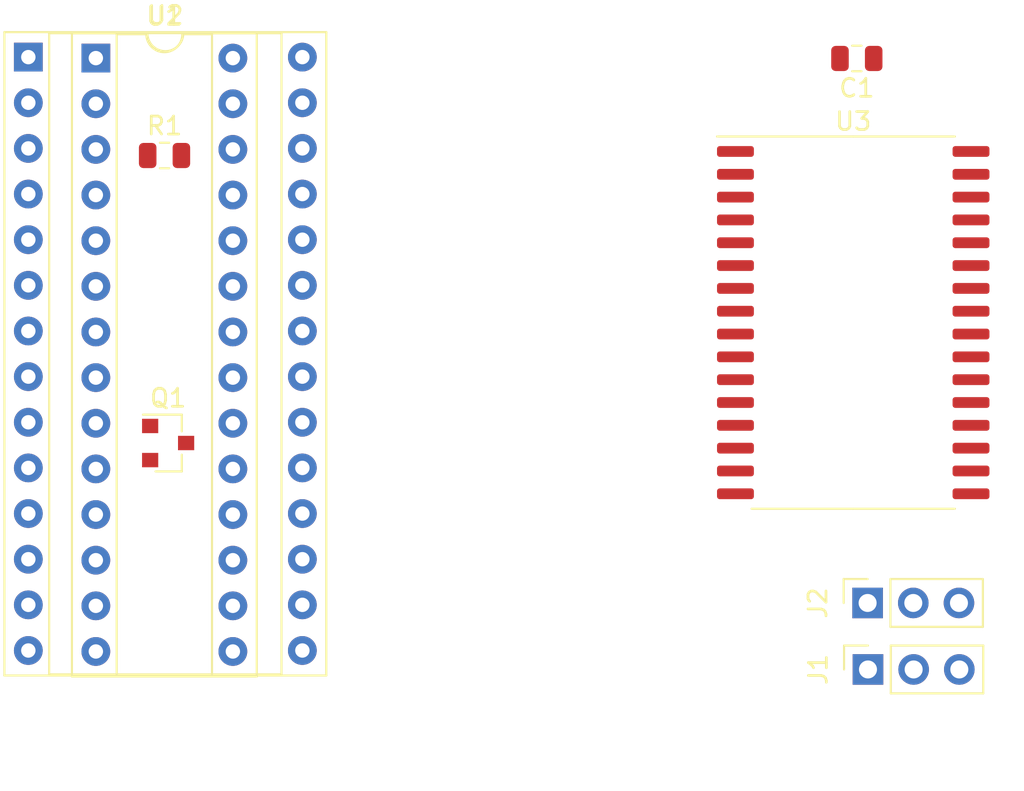
<source format=kicad_pcb>
(kicad_pcb (version 20171130) (host pcbnew "(5.0.0)")

  (general
    (thickness 1.6)
    (drawings 0)
    (tracks 0)
    (zones 0)
    (modules 8)
    (nets 32)
  )

  (page A4)
  (layers
    (0 F.Cu signal)
    (31 B.Cu signal)
    (32 B.Adhes user)
    (33 F.Adhes user)
    (34 B.Paste user)
    (35 F.Paste user)
    (36 B.SilkS user)
    (37 F.SilkS user)
    (38 B.Mask user)
    (39 F.Mask user)
    (40 Dwgs.User user)
    (41 Cmts.User user)
    (42 Eco1.User user)
    (43 Eco2.User user)
    (44 Edge.Cuts user)
    (45 Margin user)
    (46 B.CrtYd user)
    (47 F.CrtYd user)
    (48 B.Fab user)
    (49 F.Fab user)
  )

  (setup
    (last_trace_width 0.25)
    (trace_clearance 0.2)
    (zone_clearance 0.508)
    (zone_45_only no)
    (trace_min 0.2)
    (segment_width 0.2)
    (edge_width 0.15)
    (via_size 0.8)
    (via_drill 0.4)
    (via_min_size 0.4)
    (via_min_drill 0.3)
    (uvia_size 0.3)
    (uvia_drill 0.1)
    (uvias_allowed no)
    (uvia_min_size 0.2)
    (uvia_min_drill 0.1)
    (pcb_text_width 0.3)
    (pcb_text_size 1.5 1.5)
    (mod_edge_width 0.15)
    (mod_text_size 1 1)
    (mod_text_width 0.15)
    (pad_size 1.524 1.524)
    (pad_drill 0.762)
    (pad_to_mask_clearance 0.2)
    (aux_axis_origin 0 0)
    (visible_elements FFFFFF7F)
    (pcbplotparams
      (layerselection 0x010fc_ffffffff)
      (usegerberextensions false)
      (usegerberattributes false)
      (usegerberadvancedattributes false)
      (creategerberjobfile false)
      (excludeedgelayer true)
      (linewidth 0.100000)
      (plotframeref false)
      (viasonmask false)
      (mode 1)
      (useauxorigin false)
      (hpglpennumber 1)
      (hpglpenspeed 20)
      (hpglpendiameter 15.000000)
      (psnegative false)
      (psa4output false)
      (plotreference true)
      (plotvalue true)
      (plotinvisibletext false)
      (padsonsilk false)
      (subtractmaskfromsilk false)
      (outputformat 1)
      (mirror false)
      (drillshape 1)
      (scaleselection 1)
      (outputdirectory ""))
  )

  (net 0 "")
  (net 1 +5V)
  (net 2 /CS)
  (net 3 /_CS)
  (net 4 GND)
  (net 5 /A16)
  (net 6 /A14)
  (net 7 /A12)
  (net 8 /A7)
  (net 9 /A6)
  (net 10 /A5)
  (net 11 /A4)
  (net 12 /A3)
  (net 13 /A2)
  (net 14 /A1)
  (net 15 /A0)
  (net 16 /DO)
  (net 17 /D1)
  (net 18 /D2)
  (net 19 /D3)
  (net 20 /D4)
  (net 21 /D5)
  (net 22 /D6)
  (net 23 /D7)
  (net 24 /A10)
  (net 25 /_OE)
  (net 26 /A11)
  (net 27 /A9)
  (net 28 /A8)
  (net 29 /A13)
  (net 30 /_WE)
  (net 31 /A15)

  (net_class Default "This is the default net class."
    (clearance 0.2)
    (trace_width 0.25)
    (via_dia 0.8)
    (via_drill 0.4)
    (uvia_dia 0.3)
    (uvia_drill 0.1)
    (add_net +5V)
    (add_net /A0)
    (add_net /A1)
    (add_net /A10)
    (add_net /A11)
    (add_net /A12)
    (add_net /A13)
    (add_net /A14)
    (add_net /A15)
    (add_net /A16)
    (add_net /A2)
    (add_net /A3)
    (add_net /A4)
    (add_net /A5)
    (add_net /A6)
    (add_net /A7)
    (add_net /A8)
    (add_net /A9)
    (add_net /CS)
    (add_net /D1)
    (add_net /D2)
    (add_net /D3)
    (add_net /D4)
    (add_net /D5)
    (add_net /D6)
    (add_net /D7)
    (add_net /DO)
    (add_net /_CS)
    (add_net /_OE)
    (add_net /_WE)
    (add_net GND)
  )

  (module Capacitor_SMD:C_0805_2012Metric (layer F.Cu) (tedit 5B36C52B) (tstamp 5F0FD777)
    (at 168.6 59.2 180)
    (descr "Capacitor SMD 0805 (2012 Metric), square (rectangular) end terminal, IPC_7351 nominal, (Body size source: https://docs.google.com/spreadsheets/d/1BsfQQcO9C6DZCsRaXUlFlo91Tg2WpOkGARC1WS5S8t0/edit?usp=sharing), generated with kicad-footprint-generator")
    (tags capacitor)
    (path /5EA8715E)
    (attr smd)
    (fp_text reference C1 (at 0 -1.65 180) (layer F.SilkS)
      (effects (font (size 1 1) (thickness 0.15)))
    )
    (fp_text value C_Small (at 0 1.65 180) (layer F.Fab)
      (effects (font (size 1 1) (thickness 0.15)))
    )
    (fp_line (start -1 0.6) (end -1 -0.6) (layer F.Fab) (width 0.1))
    (fp_line (start -1 -0.6) (end 1 -0.6) (layer F.Fab) (width 0.1))
    (fp_line (start 1 -0.6) (end 1 0.6) (layer F.Fab) (width 0.1))
    (fp_line (start 1 0.6) (end -1 0.6) (layer F.Fab) (width 0.1))
    (fp_line (start -0.258578 -0.71) (end 0.258578 -0.71) (layer F.SilkS) (width 0.12))
    (fp_line (start -0.258578 0.71) (end 0.258578 0.71) (layer F.SilkS) (width 0.12))
    (fp_line (start -1.68 0.95) (end -1.68 -0.95) (layer F.CrtYd) (width 0.05))
    (fp_line (start -1.68 -0.95) (end 1.68 -0.95) (layer F.CrtYd) (width 0.05))
    (fp_line (start 1.68 -0.95) (end 1.68 0.95) (layer F.CrtYd) (width 0.05))
    (fp_line (start 1.68 0.95) (end -1.68 0.95) (layer F.CrtYd) (width 0.05))
    (fp_text user %R (at 1.084999 -1.875001 180) (layer F.Fab)
      (effects (font (size 0.5 0.5) (thickness 0.08)))
    )
    (pad 1 smd roundrect (at -0.9375 0 180) (size 0.975 1.4) (layers F.Cu F.Paste F.Mask) (roundrect_rratio 0.25)
      (net 1 +5V))
    (pad 2 smd roundrect (at 0.9375 0 180) (size 0.975 1.4) (layers F.Cu F.Paste F.Mask) (roundrect_rratio 0.25)
      (net 4 GND))
    (model ${KISYS3DMOD}/Capacitor_SMD.3dshapes/C_0805_2012Metric.wrl
      (at (xyz 0 0 0))
      (scale (xyz 1 1 1))
      (rotate (xyz 0 0 0))
    )
  )

  (module Connector_PinSocket_2.54mm:PinSocket_1x03_P2.54mm_Vertical (layer F.Cu) (tedit 5A19A429) (tstamp 5F0FD766)
    (at 169.2 89.5 90)
    (descr "Through hole straight socket strip, 1x03, 2.54mm pitch, single row (from Kicad 4.0.7), script generated")
    (tags "Through hole socket strip THT 1x03 2.54mm single row")
    (path /5EA612C7)
    (fp_text reference J2 (at 0 -2.77 90) (layer F.SilkS)
      (effects (font (size 1 1) (thickness 0.15)))
    )
    (fp_text value Conn_01x03_Male (at 0 7.85 90) (layer F.Fab)
      (effects (font (size 1 1) (thickness 0.15)))
    )
    (fp_text user %R (at 0 2.54 180) (layer F.Fab)
      (effects (font (size 1 1) (thickness 0.15)))
    )
    (fp_line (start -1.8 6.85) (end -1.8 -1.8) (layer F.CrtYd) (width 0.05))
    (fp_line (start 1.75 6.85) (end -1.8 6.85) (layer F.CrtYd) (width 0.05))
    (fp_line (start 1.75 -1.8) (end 1.75 6.85) (layer F.CrtYd) (width 0.05))
    (fp_line (start -1.8 -1.8) (end 1.75 -1.8) (layer F.CrtYd) (width 0.05))
    (fp_line (start 0 -1.33) (end 1.33 -1.33) (layer F.SilkS) (width 0.12))
    (fp_line (start 1.33 -1.33) (end 1.33 0) (layer F.SilkS) (width 0.12))
    (fp_line (start 1.33 1.27) (end 1.33 6.41) (layer F.SilkS) (width 0.12))
    (fp_line (start -1.33 6.41) (end 1.33 6.41) (layer F.SilkS) (width 0.12))
    (fp_line (start -1.33 1.27) (end -1.33 6.41) (layer F.SilkS) (width 0.12))
    (fp_line (start -1.33 1.27) (end 1.33 1.27) (layer F.SilkS) (width 0.12))
    (fp_line (start -1.27 6.35) (end -1.27 -1.27) (layer F.Fab) (width 0.1))
    (fp_line (start 1.27 6.35) (end -1.27 6.35) (layer F.Fab) (width 0.1))
    (fp_line (start 1.27 -0.635) (end 1.27 6.35) (layer F.Fab) (width 0.1))
    (fp_line (start 0.635 -1.27) (end 1.27 -0.635) (layer F.Fab) (width 0.1))
    (fp_line (start -1.27 -1.27) (end 0.635 -1.27) (layer F.Fab) (width 0.1))
    (pad 3 thru_hole oval (at 0 5.08 90) (size 1.7 1.7) (drill 1) (layers *.Cu *.Mask)
      (net 4 GND))
    (pad 2 thru_hole oval (at 0 2.54 90) (size 1.7 1.7) (drill 1) (layers *.Cu *.Mask)
      (net 5 /A16))
    (pad 1 thru_hole rect (at 0 0 90) (size 1.7 1.7) (drill 1) (layers *.Cu *.Mask)
      (net 1 +5V))
    (model ${KISYS3DMOD}/Connector_PinSocket_2.54mm.3dshapes/PinSocket_1x03_P2.54mm_Vertical.wrl
      (at (xyz 0 0 0))
      (scale (xyz 1 1 1))
      (rotate (xyz 0 0 0))
    )
  )

  (module Connector_PinSocket_2.54mm:PinSocket_1x03_P2.54mm_Vertical (layer F.Cu) (tedit 5A19A429) (tstamp 5F0FD74F)
    (at 169.22 93.2 90)
    (descr "Through hole straight socket strip, 1x03, 2.54mm pitch, single row (from Kicad 4.0.7), script generated")
    (tags "Through hole socket strip THT 1x03 2.54mm single row")
    (path /5EA61260)
    (fp_text reference J1 (at 0 -2.77 90) (layer F.SilkS)
      (effects (font (size 1 1) (thickness 0.15)))
    )
    (fp_text value Conn_01x03_Male (at 0 7.85 90) (layer F.Fab)
      (effects (font (size 1 1) (thickness 0.15)))
    )
    (fp_line (start -1.27 -1.27) (end 0.635 -1.27) (layer F.Fab) (width 0.1))
    (fp_line (start 0.635 -1.27) (end 1.27 -0.635) (layer F.Fab) (width 0.1))
    (fp_line (start 1.27 -0.635) (end 1.27 6.35) (layer F.Fab) (width 0.1))
    (fp_line (start 1.27 6.35) (end -1.27 6.35) (layer F.Fab) (width 0.1))
    (fp_line (start -1.27 6.35) (end -1.27 -1.27) (layer F.Fab) (width 0.1))
    (fp_line (start -1.33 1.27) (end 1.33 1.27) (layer F.SilkS) (width 0.12))
    (fp_line (start -1.33 1.27) (end -1.33 6.41) (layer F.SilkS) (width 0.12))
    (fp_line (start -1.33 6.41) (end 1.33 6.41) (layer F.SilkS) (width 0.12))
    (fp_line (start 1.33 1.27) (end 1.33 6.41) (layer F.SilkS) (width 0.12))
    (fp_line (start 1.33 -1.33) (end 1.33 0) (layer F.SilkS) (width 0.12))
    (fp_line (start 0 -1.33) (end 1.33 -1.33) (layer F.SilkS) (width 0.12))
    (fp_line (start -1.8 -1.8) (end 1.75 -1.8) (layer F.CrtYd) (width 0.05))
    (fp_line (start 1.75 -1.8) (end 1.75 6.85) (layer F.CrtYd) (width 0.05))
    (fp_line (start 1.75 6.85) (end -1.8 6.85) (layer F.CrtYd) (width 0.05))
    (fp_line (start -1.8 6.85) (end -1.8 -1.8) (layer F.CrtYd) (width 0.05))
    (fp_text user %R (at 0 2.54 180) (layer F.Fab)
      (effects (font (size 1 1) (thickness 0.15)))
    )
    (pad 1 thru_hole rect (at 0 0 90) (size 1.7 1.7) (drill 1) (layers *.Cu *.Mask)
      (net 1 +5V))
    (pad 2 thru_hole oval (at 0 2.54 90) (size 1.7 1.7) (drill 1) (layers *.Cu *.Mask)
      (net 31 /A15))
    (pad 3 thru_hole oval (at 0 5.08 90) (size 1.7 1.7) (drill 1) (layers *.Cu *.Mask)
      (net 4 GND))
    (model ${KISYS3DMOD}/Connector_PinSocket_2.54mm.3dshapes/PinSocket_1x03_P2.54mm_Vertical.wrl
      (at (xyz 0 0 0))
      (scale (xyz 1 1 1))
      (rotate (xyz 0 0 0))
    )
  )

  (module Housings_DIP:DIP-28_W15.24mm_Socket (layer F.Cu) (tedit 59C78D6C) (tstamp 5F0FD738)
    (at 122.525001 59.125001)
    (descr "28-lead though-hole mounted DIP package, row spacing 15.24 mm (600 mils), Socket")
    (tags "THT DIP DIL PDIP 2.54mm 15.24mm 600mil Socket")
    (path /5EA61094)
    (fp_text reference U2 (at 7.62 -2.33) (layer F.SilkS)
      (effects (font (size 1 1) (thickness 0.15)))
    )
    (fp_text value 6C62256 (at 7.62 35.35) (layer F.Fab)
      (effects (font (size 1 1) (thickness 0.15)))
    )
    (fp_text user %R (at 7.62 16.51) (layer F.Fab)
      (effects (font (size 1 1) (thickness 0.15)))
    )
    (fp_line (start 16.8 -1.6) (end -1.55 -1.6) (layer F.CrtYd) (width 0.05))
    (fp_line (start 16.8 34.65) (end 16.8 -1.6) (layer F.CrtYd) (width 0.05))
    (fp_line (start -1.55 34.65) (end 16.8 34.65) (layer F.CrtYd) (width 0.05))
    (fp_line (start -1.55 -1.6) (end -1.55 34.65) (layer F.CrtYd) (width 0.05))
    (fp_line (start 16.57 -1.39) (end -1.33 -1.39) (layer F.SilkS) (width 0.12))
    (fp_line (start 16.57 34.41) (end 16.57 -1.39) (layer F.SilkS) (width 0.12))
    (fp_line (start -1.33 34.41) (end 16.57 34.41) (layer F.SilkS) (width 0.12))
    (fp_line (start -1.33 -1.39) (end -1.33 34.41) (layer F.SilkS) (width 0.12))
    (fp_line (start 14.08 -1.33) (end 8.62 -1.33) (layer F.SilkS) (width 0.12))
    (fp_line (start 14.08 34.35) (end 14.08 -1.33) (layer F.SilkS) (width 0.12))
    (fp_line (start 1.16 34.35) (end 14.08 34.35) (layer F.SilkS) (width 0.12))
    (fp_line (start 1.16 -1.33) (end 1.16 34.35) (layer F.SilkS) (width 0.12))
    (fp_line (start 6.62 -1.33) (end 1.16 -1.33) (layer F.SilkS) (width 0.12))
    (fp_line (start 16.51 -1.33) (end -1.27 -1.33) (layer F.Fab) (width 0.1))
    (fp_line (start 16.51 34.35) (end 16.51 -1.33) (layer F.Fab) (width 0.1))
    (fp_line (start -1.27 34.35) (end 16.51 34.35) (layer F.Fab) (width 0.1))
    (fp_line (start -1.27 -1.33) (end -1.27 34.35) (layer F.Fab) (width 0.1))
    (fp_line (start 0.255 -0.27) (end 1.255 -1.27) (layer F.Fab) (width 0.1))
    (fp_line (start 0.255 34.29) (end 0.255 -0.27) (layer F.Fab) (width 0.1))
    (fp_line (start 14.985 34.29) (end 0.255 34.29) (layer F.Fab) (width 0.1))
    (fp_line (start 14.985 -1.27) (end 14.985 34.29) (layer F.Fab) (width 0.1))
    (fp_line (start 1.255 -1.27) (end 14.985 -1.27) (layer F.Fab) (width 0.1))
    (fp_arc (start 7.62 -1.33) (end 6.62 -1.33) (angle -180) (layer F.SilkS) (width 0.12))
    (pad 28 thru_hole oval (at 15.24 0) (size 1.6 1.6) (drill 0.8) (layers *.Cu *.Mask)
      (net 1 +5V))
    (pad 14 thru_hole oval (at 0 33.02) (size 1.6 1.6) (drill 0.8) (layers *.Cu *.Mask)
      (net 4 GND))
    (pad 27 thru_hole oval (at 15.24 2.54) (size 1.6 1.6) (drill 0.8) (layers *.Cu *.Mask)
      (net 30 /_WE))
    (pad 13 thru_hole oval (at 0 30.48) (size 1.6 1.6) (drill 0.8) (layers *.Cu *.Mask)
      (net 18 /D2))
    (pad 26 thru_hole oval (at 15.24 5.08) (size 1.6 1.6) (drill 0.8) (layers *.Cu *.Mask)
      (net 29 /A13))
    (pad 12 thru_hole oval (at 0 27.94) (size 1.6 1.6) (drill 0.8) (layers *.Cu *.Mask)
      (net 17 /D1))
    (pad 25 thru_hole oval (at 15.24 7.62) (size 1.6 1.6) (drill 0.8) (layers *.Cu *.Mask)
      (net 28 /A8))
    (pad 11 thru_hole oval (at 0 25.4) (size 1.6 1.6) (drill 0.8) (layers *.Cu *.Mask)
      (net 16 /DO))
    (pad 24 thru_hole oval (at 15.24 10.16) (size 1.6 1.6) (drill 0.8) (layers *.Cu *.Mask)
      (net 27 /A9))
    (pad 10 thru_hole oval (at 0 22.86) (size 1.6 1.6) (drill 0.8) (layers *.Cu *.Mask)
      (net 15 /A0))
    (pad 23 thru_hole oval (at 15.24 12.7) (size 1.6 1.6) (drill 0.8) (layers *.Cu *.Mask)
      (net 26 /A11))
    (pad 9 thru_hole oval (at 0 20.32) (size 1.6 1.6) (drill 0.8) (layers *.Cu *.Mask)
      (net 14 /A1))
    (pad 22 thru_hole oval (at 15.24 15.24) (size 1.6 1.6) (drill 0.8) (layers *.Cu *.Mask)
      (net 25 /_OE))
    (pad 8 thru_hole oval (at 0 17.78) (size 1.6 1.6) (drill 0.8) (layers *.Cu *.Mask)
      (net 13 /A2))
    (pad 21 thru_hole oval (at 15.24 17.78) (size 1.6 1.6) (drill 0.8) (layers *.Cu *.Mask)
      (net 24 /A10))
    (pad 7 thru_hole oval (at 0 15.24) (size 1.6 1.6) (drill 0.8) (layers *.Cu *.Mask)
      (net 12 /A3))
    (pad 20 thru_hole oval (at 15.24 20.32) (size 1.6 1.6) (drill 0.8) (layers *.Cu *.Mask)
      (net 3 /_CS))
    (pad 6 thru_hole oval (at 0 12.7) (size 1.6 1.6) (drill 0.8) (layers *.Cu *.Mask)
      (net 11 /A4))
    (pad 19 thru_hole oval (at 15.24 22.86) (size 1.6 1.6) (drill 0.8) (layers *.Cu *.Mask)
      (net 23 /D7))
    (pad 5 thru_hole oval (at 0 10.16) (size 1.6 1.6) (drill 0.8) (layers *.Cu *.Mask)
      (net 10 /A5))
    (pad 18 thru_hole oval (at 15.24 25.4) (size 1.6 1.6) (drill 0.8) (layers *.Cu *.Mask)
      (net 22 /D6))
    (pad 4 thru_hole oval (at 0 7.62) (size 1.6 1.6) (drill 0.8) (layers *.Cu *.Mask)
      (net 9 /A6))
    (pad 17 thru_hole oval (at 15.24 27.94) (size 1.6 1.6) (drill 0.8) (layers *.Cu *.Mask)
      (net 21 /D5))
    (pad 3 thru_hole oval (at 0 5.08) (size 1.6 1.6) (drill 0.8) (layers *.Cu *.Mask)
      (net 8 /A7))
    (pad 16 thru_hole oval (at 15.24 30.48) (size 1.6 1.6) (drill 0.8) (layers *.Cu *.Mask)
      (net 20 /D4))
    (pad 2 thru_hole oval (at 0 2.54) (size 1.6 1.6) (drill 0.8) (layers *.Cu *.Mask)
      (net 7 /A12))
    (pad 15 thru_hole oval (at 15.24 33.02) (size 1.6 1.6) (drill 0.8) (layers *.Cu *.Mask)
      (net 19 /D3))
    (pad 1 thru_hole rect (at 0 0) (size 1.6 1.6) (drill 0.8) (layers *.Cu *.Mask)
      (net 6 /A14))
    (model ${KISYS3DMOD}/Housings_DIP.3dshapes/DIP-28_W15.24mm_Socket.wrl
      (at (xyz 0 0 0))
      (scale (xyz 1 1 1))
      (rotate (xyz 0 0 0))
    )
  )

  (module Housings_DIP:DIP-28_W7.62mm_Socket (layer F.Cu) (tedit 59C78D6B) (tstamp 5F0FD700)
    (at 126.28 59.18)
    (descr "28-lead though-hole mounted DIP package, row spacing 7.62 mm (300 mils), Socket")
    (tags "THT DIP DIL PDIP 2.54mm 7.62mm 300mil Socket")
    (path /5EA60F65)
    (fp_text reference U1 (at 3.81 -2.33) (layer F.SilkS)
      (effects (font (size 1 1) (thickness 0.15)))
    )
    (fp_text value IS61C256AL (at 3.81 35.35) (layer F.Fab)
      (effects (font (size 1 1) (thickness 0.15)))
    )
    (fp_text user %R (at 3.81 16.51) (layer F.Fab)
      (effects (font (size 1 1) (thickness 0.15)))
    )
    (fp_line (start 9.15 -1.6) (end -1.55 -1.6) (layer F.CrtYd) (width 0.05))
    (fp_line (start 9.15 34.65) (end 9.15 -1.6) (layer F.CrtYd) (width 0.05))
    (fp_line (start -1.55 34.65) (end 9.15 34.65) (layer F.CrtYd) (width 0.05))
    (fp_line (start -1.55 -1.6) (end -1.55 34.65) (layer F.CrtYd) (width 0.05))
    (fp_line (start 8.95 -1.39) (end -1.33 -1.39) (layer F.SilkS) (width 0.12))
    (fp_line (start 8.95 34.41) (end 8.95 -1.39) (layer F.SilkS) (width 0.12))
    (fp_line (start -1.33 34.41) (end 8.95 34.41) (layer F.SilkS) (width 0.12))
    (fp_line (start -1.33 -1.39) (end -1.33 34.41) (layer F.SilkS) (width 0.12))
    (fp_line (start 6.46 -1.33) (end 4.81 -1.33) (layer F.SilkS) (width 0.12))
    (fp_line (start 6.46 34.35) (end 6.46 -1.33) (layer F.SilkS) (width 0.12))
    (fp_line (start 1.16 34.35) (end 6.46 34.35) (layer F.SilkS) (width 0.12))
    (fp_line (start 1.16 -1.33) (end 1.16 34.35) (layer F.SilkS) (width 0.12))
    (fp_line (start 2.81 -1.33) (end 1.16 -1.33) (layer F.SilkS) (width 0.12))
    (fp_line (start 8.89 -1.33) (end -1.27 -1.33) (layer F.Fab) (width 0.1))
    (fp_line (start 8.89 34.35) (end 8.89 -1.33) (layer F.Fab) (width 0.1))
    (fp_line (start -1.27 34.35) (end 8.89 34.35) (layer F.Fab) (width 0.1))
    (fp_line (start -1.27 -1.33) (end -1.27 34.35) (layer F.Fab) (width 0.1))
    (fp_line (start 0.635 -0.27) (end 1.635 -1.27) (layer F.Fab) (width 0.1))
    (fp_line (start 0.635 34.29) (end 0.635 -0.27) (layer F.Fab) (width 0.1))
    (fp_line (start 6.985 34.29) (end 0.635 34.29) (layer F.Fab) (width 0.1))
    (fp_line (start 6.985 -1.27) (end 6.985 34.29) (layer F.Fab) (width 0.1))
    (fp_line (start 1.635 -1.27) (end 6.985 -1.27) (layer F.Fab) (width 0.1))
    (fp_arc (start 3.81 -1.33) (end 2.81 -1.33) (angle -180) (layer F.SilkS) (width 0.12))
    (pad 28 thru_hole oval (at 7.62 0) (size 1.6 1.6) (drill 0.8) (layers *.Cu *.Mask)
      (net 1 +5V))
    (pad 14 thru_hole oval (at 0 33.02) (size 1.6 1.6) (drill 0.8) (layers *.Cu *.Mask)
      (net 4 GND))
    (pad 27 thru_hole oval (at 7.62 2.54) (size 1.6 1.6) (drill 0.8) (layers *.Cu *.Mask)
      (net 30 /_WE))
    (pad 13 thru_hole oval (at 0 30.48) (size 1.6 1.6) (drill 0.8) (layers *.Cu *.Mask)
      (net 18 /D2))
    (pad 26 thru_hole oval (at 7.62 5.08) (size 1.6 1.6) (drill 0.8) (layers *.Cu *.Mask)
      (net 29 /A13))
    (pad 12 thru_hole oval (at 0 27.94) (size 1.6 1.6) (drill 0.8) (layers *.Cu *.Mask)
      (net 17 /D1))
    (pad 25 thru_hole oval (at 7.62 7.62) (size 1.6 1.6) (drill 0.8) (layers *.Cu *.Mask)
      (net 28 /A8))
    (pad 11 thru_hole oval (at 0 25.4) (size 1.6 1.6) (drill 0.8) (layers *.Cu *.Mask)
      (net 16 /DO))
    (pad 24 thru_hole oval (at 7.62 10.16) (size 1.6 1.6) (drill 0.8) (layers *.Cu *.Mask)
      (net 27 /A9))
    (pad 10 thru_hole oval (at 0 22.86) (size 1.6 1.6) (drill 0.8) (layers *.Cu *.Mask)
      (net 15 /A0))
    (pad 23 thru_hole oval (at 7.62 12.7) (size 1.6 1.6) (drill 0.8) (layers *.Cu *.Mask)
      (net 26 /A11))
    (pad 9 thru_hole oval (at 0 20.32) (size 1.6 1.6) (drill 0.8) (layers *.Cu *.Mask)
      (net 14 /A1))
    (pad 22 thru_hole oval (at 7.62 15.24) (size 1.6 1.6) (drill 0.8) (layers *.Cu *.Mask)
      (net 25 /_OE))
    (pad 8 thru_hole oval (at 0 17.78) (size 1.6 1.6) (drill 0.8) (layers *.Cu *.Mask)
      (net 13 /A2))
    (pad 21 thru_hole oval (at 7.62 17.78) (size 1.6 1.6) (drill 0.8) (layers *.Cu *.Mask)
      (net 24 /A10))
    (pad 7 thru_hole oval (at 0 15.24) (size 1.6 1.6) (drill 0.8) (layers *.Cu *.Mask)
      (net 12 /A3))
    (pad 20 thru_hole oval (at 7.62 20.32) (size 1.6 1.6) (drill 0.8) (layers *.Cu *.Mask)
      (net 3 /_CS))
    (pad 6 thru_hole oval (at 0 12.7) (size 1.6 1.6) (drill 0.8) (layers *.Cu *.Mask)
      (net 11 /A4))
    (pad 19 thru_hole oval (at 7.62 22.86) (size 1.6 1.6) (drill 0.8) (layers *.Cu *.Mask)
      (net 23 /D7))
    (pad 5 thru_hole oval (at 0 10.16) (size 1.6 1.6) (drill 0.8) (layers *.Cu *.Mask)
      (net 10 /A5))
    (pad 18 thru_hole oval (at 7.62 25.4) (size 1.6 1.6) (drill 0.8) (layers *.Cu *.Mask)
      (net 22 /D6))
    (pad 4 thru_hole oval (at 0 7.62) (size 1.6 1.6) (drill 0.8) (layers *.Cu *.Mask)
      (net 9 /A6))
    (pad 17 thru_hole oval (at 7.62 27.94) (size 1.6 1.6) (drill 0.8) (layers *.Cu *.Mask)
      (net 21 /D5))
    (pad 3 thru_hole oval (at 0 5.08) (size 1.6 1.6) (drill 0.8) (layers *.Cu *.Mask)
      (net 8 /A7))
    (pad 16 thru_hole oval (at 7.62 30.48) (size 1.6 1.6) (drill 0.8) (layers *.Cu *.Mask)
      (net 20 /D4))
    (pad 2 thru_hole oval (at 0 2.54) (size 1.6 1.6) (drill 0.8) (layers *.Cu *.Mask)
      (net 7 /A12))
    (pad 15 thru_hole oval (at 7.62 33.02) (size 1.6 1.6) (drill 0.8) (layers *.Cu *.Mask)
      (net 19 /D3))
    (pad 1 thru_hole rect (at 0 0) (size 1.6 1.6) (drill 0.8) (layers *.Cu *.Mask)
      (net 6 /A14))
    (model ${KISYS3DMOD}/Housings_DIP.3dshapes/DIP-28_W7.62mm_Socket.wrl
      (at (xyz 0 0 0))
      (scale (xyz 1 1 1))
      (rotate (xyz 0 0 0))
    )
  )

  (module Package_SO:SSOP-32_11.305x20.495mm_P1.27mm (layer F.Cu) (tedit 5B9E9FB6) (tstamp 5F0FD6C8)
    (at 168.4 73.9)
    (descr "SSOP, 32 Pin (http://www.issi.com/WW/pdf/61-64C5128AL.pdf), generated with kicad-footprint-generator ipc_gullwing_generator.py")
    (tags "SSOP SO")
    (path /5EA6392F)
    (attr smd)
    (fp_text reference U3 (at 0 -11.2) (layer F.SilkS)
      (effects (font (size 1 1) (thickness 0.15)))
    )
    (fp_text value HY628100B12 (at 0 11.2) (layer F.Fab)
      (effects (font (size 1 1) (thickness 0.15)))
    )
    (fp_line (start 0 10.3575) (end 0 10.3575) (layer B.Fab) (width 0.12))
    (fp_line (start 0 10.3575) (end 5.6525 10.3575) (layer F.SilkS) (width 0.12))
    (fp_line (start 0 10.3575) (end -5.6525 10.3575) (layer F.SilkS) (width 0.12))
    (fp_line (start 0 -10.3575) (end 5.6525 -10.3575) (layer F.SilkS) (width 0.12))
    (fp_line (start 0 -10.3575) (end -7.575 -10.3575) (layer F.SilkS) (width 0.12))
    (fp_line (start -4.6525 -10.2475) (end 5.6525 -10.2475) (layer F.Fab) (width 0.1))
    (fp_line (start 5.6525 -10.2475) (end 5.6525 10.2475) (layer F.Fab) (width 0.1))
    (fp_line (start 5.6525 10.2475) (end -5.6525 10.2475) (layer F.Fab) (width 0.1))
    (fp_line (start -5.6525 10.2475) (end -5.6525 -9.2475) (layer F.Fab) (width 0.1))
    (fp_line (start -5.6525 -9.2475) (end -4.6525 -10.2475) (layer F.Fab) (width 0.1))
    (fp_line (start -7.83 -10.5) (end -7.83 10.5) (layer F.CrtYd) (width 0.05))
    (fp_line (start -7.83 10.5) (end 7.83 10.5) (layer F.CrtYd) (width 0.05))
    (fp_line (start 7.83 10.5) (end 7.83 -10.5) (layer F.CrtYd) (width 0.05))
    (fp_line (start 7.83 -10.5) (end -7.83 -10.5) (layer F.CrtYd) (width 0.05))
    (fp_text user %R (at 0 0) (layer F.Fab)
      (effects (font (size 1 1) (thickness 0.15)))
    )
    (pad 1 smd roundrect (at -6.55 -9.525) (size 2.05 0.6) (layers F.Cu F.Paste F.Mask) (roundrect_rratio 0.25))
    (pad 2 smd roundrect (at -6.55 -8.255) (size 2.05 0.6) (layers F.Cu F.Paste F.Mask) (roundrect_rratio 0.25)
      (net 5 /A16))
    (pad 3 smd roundrect (at -6.55 -6.985) (size 2.05 0.6) (layers F.Cu F.Paste F.Mask) (roundrect_rratio 0.25)
      (net 6 /A14))
    (pad 4 smd roundrect (at -6.55 -5.715) (size 2.05 0.6) (layers F.Cu F.Paste F.Mask) (roundrect_rratio 0.25)
      (net 7 /A12))
    (pad 5 smd roundrect (at -6.55 -4.445) (size 2.05 0.6) (layers F.Cu F.Paste F.Mask) (roundrect_rratio 0.25)
      (net 8 /A7))
    (pad 6 smd roundrect (at -6.55 -3.175) (size 2.05 0.6) (layers F.Cu F.Paste F.Mask) (roundrect_rratio 0.25)
      (net 9 /A6))
    (pad 7 smd roundrect (at -6.55 -1.905) (size 2.05 0.6) (layers F.Cu F.Paste F.Mask) (roundrect_rratio 0.25)
      (net 10 /A5))
    (pad 8 smd roundrect (at -6.55 -0.635) (size 2.05 0.6) (layers F.Cu F.Paste F.Mask) (roundrect_rratio 0.25)
      (net 11 /A4))
    (pad 9 smd roundrect (at -6.55 0.635) (size 2.05 0.6) (layers F.Cu F.Paste F.Mask) (roundrect_rratio 0.25)
      (net 12 /A3))
    (pad 10 smd roundrect (at -6.55 1.905) (size 2.05 0.6) (layers F.Cu F.Paste F.Mask) (roundrect_rratio 0.25)
      (net 13 /A2))
    (pad 11 smd roundrect (at -6.55 3.175) (size 2.05 0.6) (layers F.Cu F.Paste F.Mask) (roundrect_rratio 0.25)
      (net 14 /A1))
    (pad 12 smd roundrect (at -6.55 4.445) (size 2.05 0.6) (layers F.Cu F.Paste F.Mask) (roundrect_rratio 0.25)
      (net 15 /A0))
    (pad 13 smd roundrect (at -6.55 5.715) (size 2.05 0.6) (layers F.Cu F.Paste F.Mask) (roundrect_rratio 0.25)
      (net 16 /DO))
    (pad 14 smd roundrect (at -6.55 6.985) (size 2.05 0.6) (layers F.Cu F.Paste F.Mask) (roundrect_rratio 0.25)
      (net 17 /D1))
    (pad 15 smd roundrect (at -6.55 8.255) (size 2.05 0.6) (layers F.Cu F.Paste F.Mask) (roundrect_rratio 0.25)
      (net 18 /D2))
    (pad 16 smd roundrect (at -6.55 9.525) (size 2.05 0.6) (layers F.Cu F.Paste F.Mask) (roundrect_rratio 0.25)
      (net 4 GND))
    (pad 17 smd roundrect (at 6.55 9.525) (size 2.05 0.6) (layers F.Cu F.Paste F.Mask) (roundrect_rratio 0.25)
      (net 19 /D3))
    (pad 18 smd roundrect (at 6.55 8.255) (size 2.05 0.6) (layers F.Cu F.Paste F.Mask) (roundrect_rratio 0.25)
      (net 20 /D4))
    (pad 19 smd roundrect (at 6.55 6.985) (size 2.05 0.6) (layers F.Cu F.Paste F.Mask) (roundrect_rratio 0.25)
      (net 21 /D5))
    (pad 20 smd roundrect (at 6.55 5.715) (size 2.05 0.6) (layers F.Cu F.Paste F.Mask) (roundrect_rratio 0.25)
      (net 22 /D6))
    (pad 21 smd roundrect (at 6.55 4.445) (size 2.05 0.6) (layers F.Cu F.Paste F.Mask) (roundrect_rratio 0.25)
      (net 23 /D7))
    (pad 22 smd roundrect (at 6.55 3.175) (size 2.05 0.6) (layers F.Cu F.Paste F.Mask) (roundrect_rratio 0.25)
      (net 3 /_CS))
    (pad 23 smd roundrect (at 6.55 1.905) (size 2.05 0.6) (layers F.Cu F.Paste F.Mask) (roundrect_rratio 0.25)
      (net 24 /A10))
    (pad 24 smd roundrect (at 6.55 0.635) (size 2.05 0.6) (layers F.Cu F.Paste F.Mask) (roundrect_rratio 0.25)
      (net 25 /_OE))
    (pad 25 smd roundrect (at 6.55 -0.635) (size 2.05 0.6) (layers F.Cu F.Paste F.Mask) (roundrect_rratio 0.25)
      (net 26 /A11))
    (pad 26 smd roundrect (at 6.55 -1.905) (size 2.05 0.6) (layers F.Cu F.Paste F.Mask) (roundrect_rratio 0.25)
      (net 27 /A9))
    (pad 27 smd roundrect (at 6.55 -3.175) (size 2.05 0.6) (layers F.Cu F.Paste F.Mask) (roundrect_rratio 0.25)
      (net 28 /A8))
    (pad 28 smd roundrect (at 6.55 -4.445) (size 2.05 0.6) (layers F.Cu F.Paste F.Mask) (roundrect_rratio 0.25)
      (net 29 /A13))
    (pad 29 smd roundrect (at 6.55 -5.715) (size 2.05 0.6) (layers F.Cu F.Paste F.Mask) (roundrect_rratio 0.25)
      (net 30 /_WE))
    (pad 30 smd roundrect (at 6.55 -6.985) (size 2.05 0.6) (layers F.Cu F.Paste F.Mask) (roundrect_rratio 0.25)
      (net 2 /CS))
    (pad 31 smd roundrect (at 6.55 -8.255) (size 2.05 0.6) (layers F.Cu F.Paste F.Mask) (roundrect_rratio 0.25)
      (net 31 /A15))
    (pad 32 smd roundrect (at 6.55 -9.525) (size 2.05 0.6) (layers F.Cu F.Paste F.Mask) (roundrect_rratio 0.25)
      (net 1 +5V))
    (model ${KISYS3DMOD}/Package_SO.3dshapes/SSOP-32_11.305x20.495mm_P1.27mm.wrl
      (at (xyz 0 0 0))
      (scale (xyz 1 1 1))
      (rotate (xyz 0 0 0))
    )
  )

  (module Package_TO_SOT_SMD:SOT-23 (layer F.Cu) (tedit 5A02FF57) (tstamp 5F0FD695)
    (at 130.3 80.6)
    (descr "SOT-23, Standard")
    (tags SOT-23)
    (path /5EA8BDA7)
    (attr smd)
    (fp_text reference Q1 (at 0 -2.5) (layer F.SilkS)
      (effects (font (size 1 1) (thickness 0.15)))
    )
    (fp_text value BSS138 (at 0 2.5) (layer F.Fab)
      (effects (font (size 1 1) (thickness 0.15)))
    )
    (fp_text user %R (at 0 0 90) (layer F.Fab)
      (effects (font (size 0.5 0.5) (thickness 0.075)))
    )
    (fp_line (start -0.7 -0.95) (end -0.7 1.5) (layer F.Fab) (width 0.1))
    (fp_line (start -0.15 -1.52) (end 0.7 -1.52) (layer F.Fab) (width 0.1))
    (fp_line (start -0.7 -0.95) (end -0.15 -1.52) (layer F.Fab) (width 0.1))
    (fp_line (start 0.7 -1.52) (end 0.7 1.52) (layer F.Fab) (width 0.1))
    (fp_line (start -0.7 1.52) (end 0.7 1.52) (layer F.Fab) (width 0.1))
    (fp_line (start 0.76 1.58) (end 0.76 0.65) (layer F.SilkS) (width 0.12))
    (fp_line (start 0.76 -1.58) (end 0.76 -0.65) (layer F.SilkS) (width 0.12))
    (fp_line (start -1.7 -1.75) (end 1.7 -1.75) (layer F.CrtYd) (width 0.05))
    (fp_line (start 1.7 -1.75) (end 1.7 1.75) (layer F.CrtYd) (width 0.05))
    (fp_line (start 1.7 1.75) (end -1.7 1.75) (layer F.CrtYd) (width 0.05))
    (fp_line (start -1.7 1.75) (end -1.7 -1.75) (layer F.CrtYd) (width 0.05))
    (fp_line (start 0.76 -1.58) (end -1.4 -1.58) (layer F.SilkS) (width 0.12))
    (fp_line (start 0.76 1.58) (end -0.7 1.58) (layer F.SilkS) (width 0.12))
    (pad 1 smd rect (at -1 -0.95) (size 0.9 0.8) (layers F.Cu F.Paste F.Mask)
      (net 3 /_CS))
    (pad 2 smd rect (at -1 0.95) (size 0.9 0.8) (layers F.Cu F.Paste F.Mask)
      (net 4 GND))
    (pad 3 smd rect (at 1 0) (size 0.9 0.8) (layers F.Cu F.Paste F.Mask)
      (net 2 /CS))
    (model ${KISYS3DMOD}/Package_TO_SOT_SMD.3dshapes/SOT-23.wrl
      (at (xyz 0 0 0))
      (scale (xyz 1 1 1))
      (rotate (xyz 0 0 0))
    )
  )

  (module Resistor_SMD:R_0805_2012Metric (layer F.Cu) (tedit 5B36C52B) (tstamp 5F0FD680)
    (at 130.1 64.6)
    (descr "Resistor SMD 0805 (2012 Metric), square (rectangular) end terminal, IPC_7351 nominal, (Body size source: https://docs.google.com/spreadsheets/d/1BsfQQcO9C6DZCsRaXUlFlo91Tg2WpOkGARC1WS5S8t0/edit?usp=sharing), generated with kicad-footprint-generator")
    (tags resistor)
    (path /5EA8BEB0)
    (attr smd)
    (fp_text reference R1 (at 0 -1.65) (layer F.SilkS)
      (effects (font (size 1 1) (thickness 0.15)))
    )
    (fp_text value R_Small (at 0 1.65) (layer F.Fab)
      (effects (font (size 1 1) (thickness 0.15)))
    )
    (fp_line (start -1 0.6) (end -1 -0.6) (layer F.Fab) (width 0.1))
    (fp_line (start -1 -0.6) (end 1 -0.6) (layer F.Fab) (width 0.1))
    (fp_line (start 1 -0.6) (end 1 0.6) (layer F.Fab) (width 0.1))
    (fp_line (start 1 0.6) (end -1 0.6) (layer F.Fab) (width 0.1))
    (fp_line (start -0.258578 -0.71) (end 0.258578 -0.71) (layer F.SilkS) (width 0.12))
    (fp_line (start -0.258578 0.71) (end 0.258578 0.71) (layer F.SilkS) (width 0.12))
    (fp_line (start -1.68 0.95) (end -1.68 -0.95) (layer F.CrtYd) (width 0.05))
    (fp_line (start -1.68 -0.95) (end 1.68 -0.95) (layer F.CrtYd) (width 0.05))
    (fp_line (start 1.68 -0.95) (end 1.68 0.95) (layer F.CrtYd) (width 0.05))
    (fp_line (start 1.68 0.95) (end -1.68 0.95) (layer F.CrtYd) (width 0.05))
    (fp_text user %R (at 0 0) (layer F.Fab)
      (effects (font (size 0.5 0.5) (thickness 0.08)))
    )
    (pad 1 smd roundrect (at -0.9375 0) (size 0.975 1.4) (layers F.Cu F.Paste F.Mask) (roundrect_rratio 0.25)
      (net 1 +5V))
    (pad 2 smd roundrect (at 0.9375 0) (size 0.975 1.4) (layers F.Cu F.Paste F.Mask) (roundrect_rratio 0.25)
      (net 2 /CS))
    (model ${KISYS3DMOD}/Resistor_SMD.3dshapes/R_0805_2012Metric.wrl
      (at (xyz 0 0 0))
      (scale (xyz 1 1 1))
      (rotate (xyz 0 0 0))
    )
  )

)

</source>
